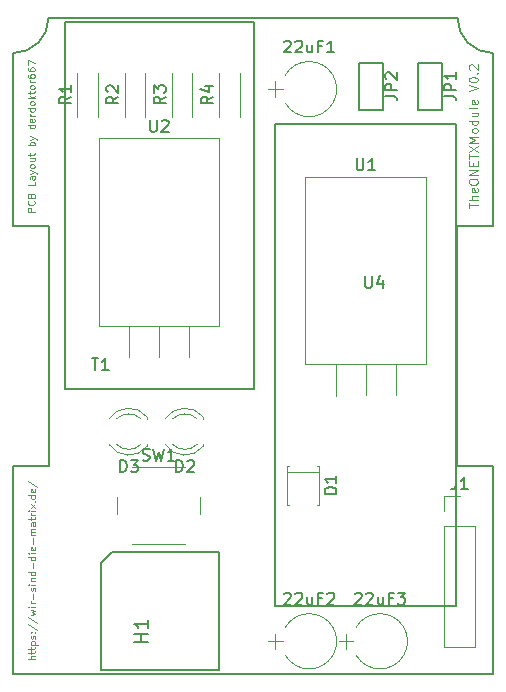
<source format=gbr>
G04 #@! TF.FileFunction,Legend,Top*
%FSLAX46Y46*%
G04 Gerber Fmt 4.6, Leading zero omitted, Abs format (unit mm)*
G04 Created by KiCad (PCBNEW 4.0.7) date 07/08/18 15:45:41*
%MOMM*%
%LPD*%
G01*
G04 APERTURE LIST*
%ADD10C,0.100000*%
%ADD11C,0.200000*%
%ADD12C,0.120000*%
%ADD13C,0.150000*%
G04 APERTURE END LIST*
D10*
X119021429Y-89635715D02*
X118421429Y-89635715D01*
X118421429Y-89407143D01*
X118450000Y-89350001D01*
X118478571Y-89321429D01*
X118535714Y-89292858D01*
X118621429Y-89292858D01*
X118678571Y-89321429D01*
X118707143Y-89350001D01*
X118735714Y-89407143D01*
X118735714Y-89635715D01*
X118964286Y-88692858D02*
X118992857Y-88721429D01*
X119021429Y-88807143D01*
X119021429Y-88864286D01*
X118992857Y-88950001D01*
X118935714Y-89007143D01*
X118878571Y-89035715D01*
X118764286Y-89064286D01*
X118678571Y-89064286D01*
X118564286Y-89035715D01*
X118507143Y-89007143D01*
X118450000Y-88950001D01*
X118421429Y-88864286D01*
X118421429Y-88807143D01*
X118450000Y-88721429D01*
X118478571Y-88692858D01*
X118707143Y-88235715D02*
X118735714Y-88150001D01*
X118764286Y-88121429D01*
X118821429Y-88092858D01*
X118907143Y-88092858D01*
X118964286Y-88121429D01*
X118992857Y-88150001D01*
X119021429Y-88207143D01*
X119021429Y-88435715D01*
X118421429Y-88435715D01*
X118421429Y-88235715D01*
X118450000Y-88178572D01*
X118478571Y-88150001D01*
X118535714Y-88121429D01*
X118592857Y-88121429D01*
X118650000Y-88150001D01*
X118678571Y-88178572D01*
X118707143Y-88235715D01*
X118707143Y-88435715D01*
X119021429Y-87092858D02*
X119021429Y-87378572D01*
X118421429Y-87378572D01*
X119021429Y-86635715D02*
X118707143Y-86635715D01*
X118650000Y-86664286D01*
X118621429Y-86721429D01*
X118621429Y-86835715D01*
X118650000Y-86892858D01*
X118992857Y-86635715D02*
X119021429Y-86692858D01*
X119021429Y-86835715D01*
X118992857Y-86892858D01*
X118935714Y-86921429D01*
X118878571Y-86921429D01*
X118821429Y-86892858D01*
X118792857Y-86835715D01*
X118792857Y-86692858D01*
X118764286Y-86635715D01*
X118621429Y-86407144D02*
X119021429Y-86264287D01*
X118621429Y-86121429D02*
X119021429Y-86264287D01*
X119164286Y-86321429D01*
X119192857Y-86350001D01*
X119221429Y-86407144D01*
X119021429Y-85807144D02*
X118992857Y-85864286D01*
X118964286Y-85892858D01*
X118907143Y-85921429D01*
X118735714Y-85921429D01*
X118678571Y-85892858D01*
X118650000Y-85864286D01*
X118621429Y-85807144D01*
X118621429Y-85721429D01*
X118650000Y-85664286D01*
X118678571Y-85635715D01*
X118735714Y-85607144D01*
X118907143Y-85607144D01*
X118964286Y-85635715D01*
X118992857Y-85664286D01*
X119021429Y-85721429D01*
X119021429Y-85807144D01*
X118621429Y-85092858D02*
X119021429Y-85092858D01*
X118621429Y-85350001D02*
X118935714Y-85350001D01*
X118992857Y-85321429D01*
X119021429Y-85264287D01*
X119021429Y-85178572D01*
X118992857Y-85121429D01*
X118964286Y-85092858D01*
X118621429Y-84892858D02*
X118621429Y-84664287D01*
X118421429Y-84807144D02*
X118935714Y-84807144D01*
X118992857Y-84778572D01*
X119021429Y-84721430D01*
X119021429Y-84664287D01*
X119021429Y-84007144D02*
X118421429Y-84007144D01*
X118650000Y-84007144D02*
X118621429Y-83950001D01*
X118621429Y-83835715D01*
X118650000Y-83778572D01*
X118678571Y-83750001D01*
X118735714Y-83721430D01*
X118907143Y-83721430D01*
X118964286Y-83750001D01*
X118992857Y-83778572D01*
X119021429Y-83835715D01*
X119021429Y-83950001D01*
X118992857Y-84007144D01*
X118621429Y-83521430D02*
X119021429Y-83378573D01*
X118621429Y-83235715D02*
X119021429Y-83378573D01*
X119164286Y-83435715D01*
X119192857Y-83464287D01*
X119221429Y-83521430D01*
X119021429Y-82292858D02*
X118421429Y-82292858D01*
X118992857Y-82292858D02*
X119021429Y-82350001D01*
X119021429Y-82464287D01*
X118992857Y-82521429D01*
X118964286Y-82550001D01*
X118907143Y-82578572D01*
X118735714Y-82578572D01*
X118678571Y-82550001D01*
X118650000Y-82521429D01*
X118621429Y-82464287D01*
X118621429Y-82350001D01*
X118650000Y-82292858D01*
X118992857Y-81778572D02*
X119021429Y-81835715D01*
X119021429Y-81950001D01*
X118992857Y-82007144D01*
X118935714Y-82035715D01*
X118707143Y-82035715D01*
X118650000Y-82007144D01*
X118621429Y-81950001D01*
X118621429Y-81835715D01*
X118650000Y-81778572D01*
X118707143Y-81750001D01*
X118764286Y-81750001D01*
X118821429Y-82035715D01*
X119021429Y-81492858D02*
X118621429Y-81492858D01*
X118735714Y-81492858D02*
X118678571Y-81464286D01*
X118650000Y-81435715D01*
X118621429Y-81378572D01*
X118621429Y-81321429D01*
X119021429Y-80864286D02*
X118421429Y-80864286D01*
X118992857Y-80864286D02*
X119021429Y-80921429D01*
X119021429Y-81035715D01*
X118992857Y-81092857D01*
X118964286Y-81121429D01*
X118907143Y-81150000D01*
X118735714Y-81150000D01*
X118678571Y-81121429D01*
X118650000Y-81092857D01*
X118621429Y-81035715D01*
X118621429Y-80921429D01*
X118650000Y-80864286D01*
X119021429Y-80492858D02*
X118992857Y-80550000D01*
X118964286Y-80578572D01*
X118907143Y-80607143D01*
X118735714Y-80607143D01*
X118678571Y-80578572D01*
X118650000Y-80550000D01*
X118621429Y-80492858D01*
X118621429Y-80407143D01*
X118650000Y-80350000D01*
X118678571Y-80321429D01*
X118735714Y-80292858D01*
X118907143Y-80292858D01*
X118964286Y-80321429D01*
X118992857Y-80350000D01*
X119021429Y-80407143D01*
X119021429Y-80492858D01*
X119021429Y-80035715D02*
X118421429Y-80035715D01*
X118792857Y-79978572D02*
X119021429Y-79807143D01*
X118621429Y-79807143D02*
X118850000Y-80035715D01*
X118621429Y-79635715D02*
X118621429Y-79407144D01*
X118421429Y-79550001D02*
X118935714Y-79550001D01*
X118992857Y-79521429D01*
X119021429Y-79464287D01*
X119021429Y-79407144D01*
X119021429Y-79121430D02*
X118992857Y-79178572D01*
X118964286Y-79207144D01*
X118907143Y-79235715D01*
X118735714Y-79235715D01*
X118678571Y-79207144D01*
X118650000Y-79178572D01*
X118621429Y-79121430D01*
X118621429Y-79035715D01*
X118650000Y-78978572D01*
X118678571Y-78950001D01*
X118735714Y-78921430D01*
X118907143Y-78921430D01*
X118964286Y-78950001D01*
X118992857Y-78978572D01*
X119021429Y-79035715D01*
X119021429Y-79121430D01*
X119021429Y-78664287D02*
X118621429Y-78664287D01*
X118735714Y-78664287D02*
X118678571Y-78635715D01*
X118650000Y-78607144D01*
X118621429Y-78550001D01*
X118621429Y-78492858D01*
X118421429Y-78035715D02*
X118421429Y-78150001D01*
X118450000Y-78207144D01*
X118478571Y-78235715D01*
X118564286Y-78292858D01*
X118678571Y-78321429D01*
X118907143Y-78321429D01*
X118964286Y-78292858D01*
X118992857Y-78264286D01*
X119021429Y-78207144D01*
X119021429Y-78092858D01*
X118992857Y-78035715D01*
X118964286Y-78007144D01*
X118907143Y-77978572D01*
X118764286Y-77978572D01*
X118707143Y-78007144D01*
X118678571Y-78035715D01*
X118650000Y-78092858D01*
X118650000Y-78207144D01*
X118678571Y-78264286D01*
X118707143Y-78292858D01*
X118764286Y-78321429D01*
X118421429Y-77464286D02*
X118421429Y-77578572D01*
X118450000Y-77635715D01*
X118478571Y-77664286D01*
X118564286Y-77721429D01*
X118678571Y-77750000D01*
X118907143Y-77750000D01*
X118964286Y-77721429D01*
X118992857Y-77692857D01*
X119021429Y-77635715D01*
X119021429Y-77521429D01*
X118992857Y-77464286D01*
X118964286Y-77435715D01*
X118907143Y-77407143D01*
X118764286Y-77407143D01*
X118707143Y-77435715D01*
X118678571Y-77464286D01*
X118650000Y-77521429D01*
X118650000Y-77635715D01*
X118678571Y-77692857D01*
X118707143Y-77721429D01*
X118764286Y-77750000D01*
X118421429Y-77207143D02*
X118421429Y-76807143D01*
X119021429Y-77064286D01*
X119071429Y-127514283D02*
X118471429Y-127514283D01*
X119071429Y-127257140D02*
X118757143Y-127257140D01*
X118700000Y-127285711D01*
X118671429Y-127342854D01*
X118671429Y-127428569D01*
X118700000Y-127485711D01*
X118728571Y-127514283D01*
X118671429Y-127057140D02*
X118671429Y-126828569D01*
X118471429Y-126971426D02*
X118985714Y-126971426D01*
X119042857Y-126942854D01*
X119071429Y-126885712D01*
X119071429Y-126828569D01*
X118671429Y-126714283D02*
X118671429Y-126485712D01*
X118471429Y-126628569D02*
X118985714Y-126628569D01*
X119042857Y-126599997D01*
X119071429Y-126542855D01*
X119071429Y-126485712D01*
X118671429Y-126285712D02*
X119271429Y-126285712D01*
X118700000Y-126285712D02*
X118671429Y-126228569D01*
X118671429Y-126114283D01*
X118700000Y-126057140D01*
X118728571Y-126028569D01*
X118785714Y-125999998D01*
X118957143Y-125999998D01*
X119014286Y-126028569D01*
X119042857Y-126057140D01*
X119071429Y-126114283D01*
X119071429Y-126228569D01*
X119042857Y-126285712D01*
X119042857Y-125771426D02*
X119071429Y-125714283D01*
X119071429Y-125599998D01*
X119042857Y-125542855D01*
X118985714Y-125514283D01*
X118957143Y-125514283D01*
X118900000Y-125542855D01*
X118871429Y-125599998D01*
X118871429Y-125685712D01*
X118842857Y-125742855D01*
X118785714Y-125771426D01*
X118757143Y-125771426D01*
X118700000Y-125742855D01*
X118671429Y-125685712D01*
X118671429Y-125599998D01*
X118700000Y-125542855D01*
X119014286Y-125257141D02*
X119042857Y-125228569D01*
X119071429Y-125257141D01*
X119042857Y-125285712D01*
X119014286Y-125257141D01*
X119071429Y-125257141D01*
X118700000Y-125257141D02*
X118728571Y-125228569D01*
X118757143Y-125257141D01*
X118728571Y-125285712D01*
X118700000Y-125257141D01*
X118757143Y-125257141D01*
X118442857Y-124542855D02*
X119214286Y-125057141D01*
X118442857Y-123914284D02*
X119214286Y-124428570D01*
X118671429Y-123771428D02*
X119071429Y-123657142D01*
X118785714Y-123542856D01*
X119071429Y-123428571D01*
X118671429Y-123314285D01*
X119071429Y-123085714D02*
X118671429Y-123085714D01*
X118471429Y-123085714D02*
X118500000Y-123114285D01*
X118528571Y-123085714D01*
X118500000Y-123057142D01*
X118471429Y-123085714D01*
X118528571Y-123085714D01*
X119071429Y-122800000D02*
X118671429Y-122800000D01*
X118785714Y-122800000D02*
X118728571Y-122771428D01*
X118700000Y-122742857D01*
X118671429Y-122685714D01*
X118671429Y-122628571D01*
X118842857Y-122428571D02*
X118842857Y-121971428D01*
X119042857Y-121714285D02*
X119071429Y-121657142D01*
X119071429Y-121542857D01*
X119042857Y-121485714D01*
X118985714Y-121457142D01*
X118957143Y-121457142D01*
X118900000Y-121485714D01*
X118871429Y-121542857D01*
X118871429Y-121628571D01*
X118842857Y-121685714D01*
X118785714Y-121714285D01*
X118757143Y-121714285D01*
X118700000Y-121685714D01*
X118671429Y-121628571D01*
X118671429Y-121542857D01*
X118700000Y-121485714D01*
X119071429Y-121200000D02*
X118671429Y-121200000D01*
X118471429Y-121200000D02*
X118500000Y-121228571D01*
X118528571Y-121200000D01*
X118500000Y-121171428D01*
X118471429Y-121200000D01*
X118528571Y-121200000D01*
X118671429Y-120914286D02*
X119071429Y-120914286D01*
X118728571Y-120914286D02*
X118700000Y-120885714D01*
X118671429Y-120828572D01*
X118671429Y-120742857D01*
X118700000Y-120685714D01*
X118757143Y-120657143D01*
X119071429Y-120657143D01*
X119071429Y-120114286D02*
X118471429Y-120114286D01*
X119042857Y-120114286D02*
X119071429Y-120171429D01*
X119071429Y-120285715D01*
X119042857Y-120342857D01*
X119014286Y-120371429D01*
X118957143Y-120400000D01*
X118785714Y-120400000D01*
X118728571Y-120371429D01*
X118700000Y-120342857D01*
X118671429Y-120285715D01*
X118671429Y-120171429D01*
X118700000Y-120114286D01*
X118842857Y-119828572D02*
X118842857Y-119371429D01*
X119071429Y-118828572D02*
X118471429Y-118828572D01*
X119042857Y-118828572D02*
X119071429Y-118885715D01*
X119071429Y-119000001D01*
X119042857Y-119057143D01*
X119014286Y-119085715D01*
X118957143Y-119114286D01*
X118785714Y-119114286D01*
X118728571Y-119085715D01*
X118700000Y-119057143D01*
X118671429Y-119000001D01*
X118671429Y-118885715D01*
X118700000Y-118828572D01*
X119071429Y-118542858D02*
X118671429Y-118542858D01*
X118471429Y-118542858D02*
X118500000Y-118571429D01*
X118528571Y-118542858D01*
X118500000Y-118514286D01*
X118471429Y-118542858D01*
X118528571Y-118542858D01*
X119042857Y-118028572D02*
X119071429Y-118085715D01*
X119071429Y-118200001D01*
X119042857Y-118257144D01*
X118985714Y-118285715D01*
X118757143Y-118285715D01*
X118700000Y-118257144D01*
X118671429Y-118200001D01*
X118671429Y-118085715D01*
X118700000Y-118028572D01*
X118757143Y-118000001D01*
X118814286Y-118000001D01*
X118871429Y-118285715D01*
X118842857Y-117742858D02*
X118842857Y-117285715D01*
X119071429Y-117000001D02*
X118671429Y-117000001D01*
X118728571Y-117000001D02*
X118700000Y-116971429D01*
X118671429Y-116914287D01*
X118671429Y-116828572D01*
X118700000Y-116771429D01*
X118757143Y-116742858D01*
X119071429Y-116742858D01*
X118757143Y-116742858D02*
X118700000Y-116714287D01*
X118671429Y-116657144D01*
X118671429Y-116571429D01*
X118700000Y-116514287D01*
X118757143Y-116485715D01*
X119071429Y-116485715D01*
X119071429Y-115942858D02*
X118757143Y-115942858D01*
X118700000Y-115971429D01*
X118671429Y-116028572D01*
X118671429Y-116142858D01*
X118700000Y-116200001D01*
X119042857Y-115942858D02*
X119071429Y-116000001D01*
X119071429Y-116142858D01*
X119042857Y-116200001D01*
X118985714Y-116228572D01*
X118928571Y-116228572D01*
X118871429Y-116200001D01*
X118842857Y-116142858D01*
X118842857Y-116000001D01*
X118814286Y-115942858D01*
X118671429Y-115742858D02*
X118671429Y-115514287D01*
X118471429Y-115657144D02*
X118985714Y-115657144D01*
X119042857Y-115628572D01*
X119071429Y-115571430D01*
X119071429Y-115514287D01*
X119071429Y-115314287D02*
X118671429Y-115314287D01*
X118785714Y-115314287D02*
X118728571Y-115285715D01*
X118700000Y-115257144D01*
X118671429Y-115200001D01*
X118671429Y-115142858D01*
X119071429Y-114942858D02*
X118671429Y-114942858D01*
X118471429Y-114942858D02*
X118500000Y-114971429D01*
X118528571Y-114942858D01*
X118500000Y-114914286D01*
X118471429Y-114942858D01*
X118528571Y-114942858D01*
X119071429Y-114714287D02*
X118671429Y-114400001D01*
X118671429Y-114714287D02*
X119071429Y-114400001D01*
X119014286Y-114171430D02*
X119042857Y-114142858D01*
X119071429Y-114171430D01*
X119042857Y-114200001D01*
X119014286Y-114171430D01*
X119071429Y-114171430D01*
X119071429Y-113628573D02*
X118471429Y-113628573D01*
X119042857Y-113628573D02*
X119071429Y-113685716D01*
X119071429Y-113800002D01*
X119042857Y-113857144D01*
X119014286Y-113885716D01*
X118957143Y-113914287D01*
X118785714Y-113914287D01*
X118728571Y-113885716D01*
X118700000Y-113857144D01*
X118671429Y-113800002D01*
X118671429Y-113685716D01*
X118700000Y-113628573D01*
X119042857Y-113114287D02*
X119071429Y-113171430D01*
X119071429Y-113285716D01*
X119042857Y-113342859D01*
X118985714Y-113371430D01*
X118757143Y-113371430D01*
X118700000Y-113342859D01*
X118671429Y-113285716D01*
X118671429Y-113171430D01*
X118700000Y-113114287D01*
X118757143Y-113085716D01*
X118814286Y-113085716D01*
X118871429Y-113371430D01*
X118442857Y-112400001D02*
X119214286Y-112914287D01*
X155789286Y-89307142D02*
X155789286Y-88878571D01*
X156539286Y-89092857D02*
X155789286Y-89092857D01*
X156539286Y-88628571D02*
X155789286Y-88628571D01*
X156539286Y-88307142D02*
X156146429Y-88307142D01*
X156075000Y-88342856D01*
X156039286Y-88414285D01*
X156039286Y-88521428D01*
X156075000Y-88592856D01*
X156110714Y-88628571D01*
X156503571Y-87664285D02*
X156539286Y-87735714D01*
X156539286Y-87878571D01*
X156503571Y-87950000D01*
X156432143Y-87985714D01*
X156146429Y-87985714D01*
X156075000Y-87950000D01*
X156039286Y-87878571D01*
X156039286Y-87735714D01*
X156075000Y-87664285D01*
X156146429Y-87628571D01*
X156217857Y-87628571D01*
X156289286Y-87985714D01*
X155789286Y-87164285D02*
X155789286Y-87021428D01*
X155825000Y-86950000D01*
X155896429Y-86878571D01*
X156039286Y-86842857D01*
X156289286Y-86842857D01*
X156432143Y-86878571D01*
X156503571Y-86950000D01*
X156539286Y-87021428D01*
X156539286Y-87164285D01*
X156503571Y-87235714D01*
X156432143Y-87307143D01*
X156289286Y-87342857D01*
X156039286Y-87342857D01*
X155896429Y-87307143D01*
X155825000Y-87235714D01*
X155789286Y-87164285D01*
X156539286Y-86521429D02*
X155789286Y-86521429D01*
X156539286Y-86092857D01*
X155789286Y-86092857D01*
X156146429Y-85735715D02*
X156146429Y-85485715D01*
X156539286Y-85378572D02*
X156539286Y-85735715D01*
X155789286Y-85735715D01*
X155789286Y-85378572D01*
X155789286Y-85164286D02*
X155789286Y-84735715D01*
X156539286Y-84950001D02*
X155789286Y-84950001D01*
X155789286Y-84557143D02*
X156539286Y-84057143D01*
X155789286Y-84057143D02*
X156539286Y-84557143D01*
X156539286Y-83771429D02*
X155789286Y-83771429D01*
X156325000Y-83521429D01*
X155789286Y-83271429D01*
X156539286Y-83271429D01*
X156539286Y-82807143D02*
X156503571Y-82878571D01*
X156467857Y-82914286D01*
X156396429Y-82950000D01*
X156182143Y-82950000D01*
X156110714Y-82914286D01*
X156075000Y-82878571D01*
X156039286Y-82807143D01*
X156039286Y-82700000D01*
X156075000Y-82628571D01*
X156110714Y-82592857D01*
X156182143Y-82557143D01*
X156396429Y-82557143D01*
X156467857Y-82592857D01*
X156503571Y-82628571D01*
X156539286Y-82700000D01*
X156539286Y-82807143D01*
X156539286Y-81914286D02*
X155789286Y-81914286D01*
X156503571Y-81914286D02*
X156539286Y-81985715D01*
X156539286Y-82128572D01*
X156503571Y-82200000D01*
X156467857Y-82235715D01*
X156396429Y-82271429D01*
X156182143Y-82271429D01*
X156110714Y-82235715D01*
X156075000Y-82200000D01*
X156039286Y-82128572D01*
X156039286Y-81985715D01*
X156075000Y-81914286D01*
X156039286Y-81235715D02*
X156539286Y-81235715D01*
X156039286Y-81557144D02*
X156432143Y-81557144D01*
X156503571Y-81521429D01*
X156539286Y-81450001D01*
X156539286Y-81342858D01*
X156503571Y-81271429D01*
X156467857Y-81235715D01*
X156539286Y-80771430D02*
X156503571Y-80842858D01*
X156432143Y-80878573D01*
X155789286Y-80878573D01*
X156503571Y-80200001D02*
X156539286Y-80271430D01*
X156539286Y-80414287D01*
X156503571Y-80485716D01*
X156432143Y-80521430D01*
X156146429Y-80521430D01*
X156075000Y-80485716D01*
X156039286Y-80414287D01*
X156039286Y-80271430D01*
X156075000Y-80200001D01*
X156146429Y-80164287D01*
X156217857Y-80164287D01*
X156289286Y-80521430D01*
X155789286Y-79378572D02*
X156539286Y-79128572D01*
X155789286Y-78878572D01*
X155789286Y-78485715D02*
X155789286Y-78414287D01*
X155825000Y-78342858D01*
X155860714Y-78307144D01*
X155932143Y-78271430D01*
X156075000Y-78235715D01*
X156253571Y-78235715D01*
X156396429Y-78271430D01*
X156467857Y-78307144D01*
X156503571Y-78342858D01*
X156539286Y-78414287D01*
X156539286Y-78485715D01*
X156503571Y-78557144D01*
X156467857Y-78592858D01*
X156396429Y-78628573D01*
X156253571Y-78664287D01*
X156075000Y-78664287D01*
X155932143Y-78628573D01*
X155860714Y-78592858D01*
X155825000Y-78557144D01*
X155789286Y-78485715D01*
X156467857Y-77914287D02*
X156503571Y-77878572D01*
X156539286Y-77914287D01*
X156503571Y-77950001D01*
X156467857Y-77914287D01*
X156539286Y-77914287D01*
X155860714Y-77592858D02*
X155825000Y-77557144D01*
X155789286Y-77485715D01*
X155789286Y-77307144D01*
X155825000Y-77235715D01*
X155860714Y-77200001D01*
X155932143Y-77164286D01*
X156003571Y-77164286D01*
X156110714Y-77200001D01*
X156539286Y-77628572D01*
X156539286Y-77164286D01*
D11*
X154800000Y-73200000D02*
G75*
G03X157800000Y-76200000I3000000J0D01*
G01*
X117200000Y-76200000D02*
G75*
G03X120200000Y-73200000I0J3000000D01*
G01*
X157800000Y-128800000D02*
X117200000Y-128800000D01*
X157800000Y-111200000D02*
X157800000Y-128800000D01*
X117200000Y-111200000D02*
X117200000Y-128800000D01*
X120200000Y-111200000D02*
X120200000Y-90800000D01*
X120200000Y-111200000D02*
X117200000Y-111200000D01*
X154800000Y-90800000D02*
X154800000Y-111200000D01*
X157800000Y-90800000D02*
X154800000Y-90800000D01*
X157800000Y-76200000D02*
X157800000Y-90800000D01*
X154800000Y-111200000D02*
X157800000Y-111200000D01*
X117200000Y-90800000D02*
X120200000Y-90800000D01*
X117200000Y-76200000D02*
X117200000Y-90800000D01*
X154800000Y-73200000D02*
X120200000Y-73200000D01*
D12*
X144269998Y-78068811D02*
G75*
G03X140229307Y-78070000I-2019998J-1181189D01*
G01*
X144269998Y-80431189D02*
G75*
G02X140229307Y-80430000I-2019998J1181189D01*
G01*
X144269998Y-80431189D02*
G75*
G03X144270693Y-78070000I-2019998J1181189D01*
G01*
X138800000Y-79250000D02*
X140000000Y-79250000D01*
X139400000Y-78600000D02*
X139400000Y-79900000D01*
X144269998Y-124818811D02*
G75*
G03X140229307Y-124820000I-2019998J-1181189D01*
G01*
X144269998Y-127181189D02*
G75*
G02X140229307Y-127180000I-2019998J1181189D01*
G01*
X144269998Y-127181189D02*
G75*
G03X144270693Y-124820000I-2019998J1181189D01*
G01*
X138800000Y-126000000D02*
X140000000Y-126000000D01*
X139400000Y-125350000D02*
X139400000Y-126650000D01*
X150269998Y-124818811D02*
G75*
G03X146229307Y-124820000I-2019998J-1181189D01*
G01*
X150269998Y-127181189D02*
G75*
G02X146229307Y-127180000I-2019998J1181189D01*
G01*
X150269998Y-127181189D02*
G75*
G03X150270693Y-124820000I-2019998J1181189D01*
G01*
X144800000Y-126000000D02*
X146000000Y-126000000D01*
X145400000Y-125350000D02*
X145400000Y-126650000D01*
X142930000Y-111130000D02*
X143110000Y-111130000D01*
X143110000Y-111130000D02*
X143110000Y-114450000D01*
X143110000Y-114450000D02*
X142930000Y-114450000D01*
X140570000Y-111130000D02*
X140390000Y-111130000D01*
X140390000Y-111130000D02*
X140390000Y-114450000D01*
X140390000Y-114450000D02*
X140570000Y-114450000D01*
X143110000Y-111670000D02*
X140390000Y-111670000D01*
X130057665Y-109328608D02*
G75*
G03X133290000Y-109485516I1672335J1078608D01*
G01*
X130057665Y-107171392D02*
G75*
G02X133290000Y-107014484I1672335J-1078608D01*
G01*
X130688870Y-109329837D02*
G75*
G03X132770961Y-109330000I1041130J1079837D01*
G01*
X130688870Y-107170163D02*
G75*
G02X132770961Y-107170000I1041130J-1079837D01*
G01*
X133290000Y-109486000D02*
X133290000Y-109330000D01*
X133290000Y-107170000D02*
X133290000Y-107014000D01*
X125307665Y-109328608D02*
G75*
G03X128540000Y-109485516I1672335J1078608D01*
G01*
X125307665Y-107171392D02*
G75*
G02X128540000Y-107014484I1672335J-1078608D01*
G01*
X125938870Y-109329837D02*
G75*
G03X128020961Y-109330000I1041130J1079837D01*
G01*
X125938870Y-107170163D02*
G75*
G02X128020961Y-107170000I1041130J-1079837D01*
G01*
X128540000Y-109486000D02*
X128540000Y-109330000D01*
X128540000Y-107170000D02*
X128540000Y-107014000D01*
D13*
X125600000Y-118400000D02*
X124600000Y-119400000D01*
X125600000Y-118400000D02*
X134600000Y-118400000D01*
X124600000Y-119400000D02*
X124600000Y-128400000D01*
X134600000Y-118400000D02*
X134600000Y-128400000D01*
X134600000Y-128400000D02*
X124600000Y-128400000D01*
D12*
X153670000Y-126490000D02*
X156330000Y-126490000D01*
X153670000Y-116270000D02*
X153670000Y-126490000D01*
X156330000Y-116270000D02*
X156330000Y-126490000D01*
X153670000Y-116270000D02*
X156330000Y-116270000D01*
X153670000Y-115000000D02*
X153670000Y-113670000D01*
X153670000Y-113670000D02*
X155000000Y-113670000D01*
D13*
X153500000Y-81000000D02*
X153500000Y-77000000D01*
X153500000Y-77000000D02*
X151500000Y-77000000D01*
X151500000Y-77000000D02*
X151500000Y-81000000D01*
X153500000Y-81000000D02*
X151500000Y-81000000D01*
X148500000Y-81000000D02*
X148500000Y-77000000D01*
X148500000Y-77000000D02*
X146500000Y-77000000D01*
X146500000Y-77000000D02*
X146500000Y-81000000D01*
X148500000Y-81000000D02*
X146500000Y-81000000D01*
D12*
X122640000Y-81570000D02*
X122640000Y-77850000D01*
X124360000Y-81570000D02*
X124360000Y-77850000D01*
X126640000Y-81570000D02*
X126640000Y-77850000D01*
X128360000Y-81570000D02*
X128360000Y-77850000D01*
X130640000Y-81570000D02*
X130640000Y-77850000D01*
X132360000Y-81570000D02*
X132360000Y-77850000D01*
X134640000Y-81570000D02*
X134640000Y-77850000D01*
X136360000Y-81570000D02*
X136360000Y-77850000D01*
X127250000Y-117750000D02*
X131750000Y-117750000D01*
X126000000Y-113750000D02*
X126000000Y-115250000D01*
X131750000Y-111250000D02*
X127250000Y-111250000D01*
X133000000Y-115250000D02*
X133000000Y-113750000D01*
D13*
X137600000Y-104600000D02*
X121600000Y-104600000D01*
X121600000Y-73600000D02*
X121600000Y-104600000D01*
X137600000Y-73600000D02*
X137600000Y-104600000D01*
X137600000Y-73600000D02*
X121600000Y-73600000D01*
D12*
X141920000Y-102560000D02*
X152160000Y-102560000D01*
X141920000Y-86670000D02*
X152160000Y-86670000D01*
X141920000Y-86670000D02*
X141920000Y-102560000D01*
X152160000Y-86670000D02*
X152160000Y-102560000D01*
X144500000Y-102560000D02*
X144500000Y-105200000D01*
X147040000Y-102560000D02*
X147040000Y-105184000D01*
X149580000Y-102560000D02*
X149580000Y-105184000D01*
X124420000Y-99310000D02*
X134660000Y-99310000D01*
X124420000Y-83420000D02*
X134660000Y-83420000D01*
X124420000Y-83420000D02*
X124420000Y-99310000D01*
X134660000Y-83420000D02*
X134660000Y-99310000D01*
X127000000Y-99310000D02*
X127000000Y-101950000D01*
X129540000Y-99310000D02*
X129540000Y-101934000D01*
X132080000Y-99310000D02*
X132080000Y-101934000D01*
D13*
X139350000Y-82200000D02*
X139350000Y-123000000D01*
X154650000Y-82200000D02*
X154650000Y-123000000D01*
X139350000Y-82200000D02*
X154650000Y-82200000D01*
X139350000Y-123000000D02*
X154650000Y-123000000D01*
X140130952Y-75237619D02*
X140178571Y-75190000D01*
X140273809Y-75142381D01*
X140511905Y-75142381D01*
X140607143Y-75190000D01*
X140654762Y-75237619D01*
X140702381Y-75332857D01*
X140702381Y-75428095D01*
X140654762Y-75570952D01*
X140083333Y-76142381D01*
X140702381Y-76142381D01*
X141083333Y-75237619D02*
X141130952Y-75190000D01*
X141226190Y-75142381D01*
X141464286Y-75142381D01*
X141559524Y-75190000D01*
X141607143Y-75237619D01*
X141654762Y-75332857D01*
X141654762Y-75428095D01*
X141607143Y-75570952D01*
X141035714Y-76142381D01*
X141654762Y-76142381D01*
X142511905Y-75475714D02*
X142511905Y-76142381D01*
X142083333Y-75475714D02*
X142083333Y-75999524D01*
X142130952Y-76094762D01*
X142226190Y-76142381D01*
X142369048Y-76142381D01*
X142464286Y-76094762D01*
X142511905Y-76047143D01*
X143321429Y-75618571D02*
X142988095Y-75618571D01*
X142988095Y-76142381D02*
X142988095Y-75142381D01*
X143464286Y-75142381D01*
X144369048Y-76142381D02*
X143797619Y-76142381D01*
X144083333Y-76142381D02*
X144083333Y-75142381D01*
X143988095Y-75285238D01*
X143892857Y-75380476D01*
X143797619Y-75428095D01*
X140130952Y-121987619D02*
X140178571Y-121940000D01*
X140273809Y-121892381D01*
X140511905Y-121892381D01*
X140607143Y-121940000D01*
X140654762Y-121987619D01*
X140702381Y-122082857D01*
X140702381Y-122178095D01*
X140654762Y-122320952D01*
X140083333Y-122892381D01*
X140702381Y-122892381D01*
X141083333Y-121987619D02*
X141130952Y-121940000D01*
X141226190Y-121892381D01*
X141464286Y-121892381D01*
X141559524Y-121940000D01*
X141607143Y-121987619D01*
X141654762Y-122082857D01*
X141654762Y-122178095D01*
X141607143Y-122320952D01*
X141035714Y-122892381D01*
X141654762Y-122892381D01*
X142511905Y-122225714D02*
X142511905Y-122892381D01*
X142083333Y-122225714D02*
X142083333Y-122749524D01*
X142130952Y-122844762D01*
X142226190Y-122892381D01*
X142369048Y-122892381D01*
X142464286Y-122844762D01*
X142511905Y-122797143D01*
X143321429Y-122368571D02*
X142988095Y-122368571D01*
X142988095Y-122892381D02*
X142988095Y-121892381D01*
X143464286Y-121892381D01*
X143797619Y-121987619D02*
X143845238Y-121940000D01*
X143940476Y-121892381D01*
X144178572Y-121892381D01*
X144273810Y-121940000D01*
X144321429Y-121987619D01*
X144369048Y-122082857D01*
X144369048Y-122178095D01*
X144321429Y-122320952D01*
X143750000Y-122892381D01*
X144369048Y-122892381D01*
X146130952Y-121987619D02*
X146178571Y-121940000D01*
X146273809Y-121892381D01*
X146511905Y-121892381D01*
X146607143Y-121940000D01*
X146654762Y-121987619D01*
X146702381Y-122082857D01*
X146702381Y-122178095D01*
X146654762Y-122320952D01*
X146083333Y-122892381D01*
X146702381Y-122892381D01*
X147083333Y-121987619D02*
X147130952Y-121940000D01*
X147226190Y-121892381D01*
X147464286Y-121892381D01*
X147559524Y-121940000D01*
X147607143Y-121987619D01*
X147654762Y-122082857D01*
X147654762Y-122178095D01*
X147607143Y-122320952D01*
X147035714Y-122892381D01*
X147654762Y-122892381D01*
X148511905Y-122225714D02*
X148511905Y-122892381D01*
X148083333Y-122225714D02*
X148083333Y-122749524D01*
X148130952Y-122844762D01*
X148226190Y-122892381D01*
X148369048Y-122892381D01*
X148464286Y-122844762D01*
X148511905Y-122797143D01*
X149321429Y-122368571D02*
X148988095Y-122368571D01*
X148988095Y-122892381D02*
X148988095Y-121892381D01*
X149464286Y-121892381D01*
X149750000Y-121892381D02*
X150369048Y-121892381D01*
X150035714Y-122273333D01*
X150178572Y-122273333D01*
X150273810Y-122320952D01*
X150321429Y-122368571D01*
X150369048Y-122463810D01*
X150369048Y-122701905D01*
X150321429Y-122797143D01*
X150273810Y-122844762D01*
X150178572Y-122892381D01*
X149892857Y-122892381D01*
X149797619Y-122844762D01*
X149750000Y-122797143D01*
X144562381Y-113528095D02*
X143562381Y-113528095D01*
X143562381Y-113290000D01*
X143610000Y-113147142D01*
X143705238Y-113051904D01*
X143800476Y-113004285D01*
X143990952Y-112956666D01*
X144133810Y-112956666D01*
X144324286Y-113004285D01*
X144419524Y-113051904D01*
X144514762Y-113147142D01*
X144562381Y-113290000D01*
X144562381Y-113528095D01*
X144562381Y-112004285D02*
X144562381Y-112575714D01*
X144562381Y-112290000D02*
X143562381Y-112290000D01*
X143705238Y-112385238D01*
X143800476Y-112480476D01*
X143848095Y-112575714D01*
X130991905Y-111662381D02*
X130991905Y-110662381D01*
X131230000Y-110662381D01*
X131372858Y-110710000D01*
X131468096Y-110805238D01*
X131515715Y-110900476D01*
X131563334Y-111090952D01*
X131563334Y-111233810D01*
X131515715Y-111424286D01*
X131468096Y-111519524D01*
X131372858Y-111614762D01*
X131230000Y-111662381D01*
X130991905Y-111662381D01*
X131944286Y-110757619D02*
X131991905Y-110710000D01*
X132087143Y-110662381D01*
X132325239Y-110662381D01*
X132420477Y-110710000D01*
X132468096Y-110757619D01*
X132515715Y-110852857D01*
X132515715Y-110948095D01*
X132468096Y-111090952D01*
X131896667Y-111662381D01*
X132515715Y-111662381D01*
X126241905Y-111662381D02*
X126241905Y-110662381D01*
X126480000Y-110662381D01*
X126622858Y-110710000D01*
X126718096Y-110805238D01*
X126765715Y-110900476D01*
X126813334Y-111090952D01*
X126813334Y-111233810D01*
X126765715Y-111424286D01*
X126718096Y-111519524D01*
X126622858Y-111614762D01*
X126480000Y-111662381D01*
X126241905Y-111662381D01*
X127146667Y-110662381D02*
X127765715Y-110662381D01*
X127432381Y-111043333D01*
X127575239Y-111043333D01*
X127670477Y-111090952D01*
X127718096Y-111138571D01*
X127765715Y-111233810D01*
X127765715Y-111471905D01*
X127718096Y-111567143D01*
X127670477Y-111614762D01*
X127575239Y-111662381D01*
X127289524Y-111662381D01*
X127194286Y-111614762D01*
X127146667Y-111567143D01*
X128642857Y-126064286D02*
X127442857Y-126064286D01*
X128014286Y-126064286D02*
X128014286Y-125378571D01*
X128642857Y-125378571D02*
X127442857Y-125378571D01*
X128642857Y-124178571D02*
X128642857Y-124864286D01*
X128642857Y-124521428D02*
X127442857Y-124521428D01*
X127614286Y-124635714D01*
X127728571Y-124750000D01*
X127785714Y-124864286D01*
X154666667Y-112122381D02*
X154666667Y-112836667D01*
X154619047Y-112979524D01*
X154523809Y-113074762D01*
X154380952Y-113122381D01*
X154285714Y-113122381D01*
X155666667Y-113122381D02*
X155095238Y-113122381D01*
X155380952Y-113122381D02*
X155380952Y-112122381D01*
X155285714Y-112265238D01*
X155190476Y-112360476D01*
X155095238Y-112408095D01*
X153702381Y-79833333D02*
X154416667Y-79833333D01*
X154559524Y-79880953D01*
X154654762Y-79976191D01*
X154702381Y-80119048D01*
X154702381Y-80214286D01*
X154702381Y-79357143D02*
X153702381Y-79357143D01*
X153702381Y-78976190D01*
X153750000Y-78880952D01*
X153797619Y-78833333D01*
X153892857Y-78785714D01*
X154035714Y-78785714D01*
X154130952Y-78833333D01*
X154178571Y-78880952D01*
X154226190Y-78976190D01*
X154226190Y-79357143D01*
X154702381Y-77833333D02*
X154702381Y-78404762D01*
X154702381Y-78119048D02*
X153702381Y-78119048D01*
X153845238Y-78214286D01*
X153940476Y-78309524D01*
X153988095Y-78404762D01*
X148702381Y-79833333D02*
X149416667Y-79833333D01*
X149559524Y-79880953D01*
X149654762Y-79976191D01*
X149702381Y-80119048D01*
X149702381Y-80214286D01*
X149702381Y-79357143D02*
X148702381Y-79357143D01*
X148702381Y-78976190D01*
X148750000Y-78880952D01*
X148797619Y-78833333D01*
X148892857Y-78785714D01*
X149035714Y-78785714D01*
X149130952Y-78833333D01*
X149178571Y-78880952D01*
X149226190Y-78976190D01*
X149226190Y-79357143D01*
X148797619Y-78404762D02*
X148750000Y-78357143D01*
X148702381Y-78261905D01*
X148702381Y-78023809D01*
X148750000Y-77928571D01*
X148797619Y-77880952D01*
X148892857Y-77833333D01*
X148988095Y-77833333D01*
X149130952Y-77880952D01*
X149702381Y-78452381D01*
X149702381Y-77833333D01*
X122092381Y-79876666D02*
X121616190Y-80210000D01*
X122092381Y-80448095D02*
X121092381Y-80448095D01*
X121092381Y-80067142D01*
X121140000Y-79971904D01*
X121187619Y-79924285D01*
X121282857Y-79876666D01*
X121425714Y-79876666D01*
X121520952Y-79924285D01*
X121568571Y-79971904D01*
X121616190Y-80067142D01*
X121616190Y-80448095D01*
X122092381Y-78924285D02*
X122092381Y-79495714D01*
X122092381Y-79210000D02*
X121092381Y-79210000D01*
X121235238Y-79305238D01*
X121330476Y-79400476D01*
X121378095Y-79495714D01*
X126092381Y-79876666D02*
X125616190Y-80210000D01*
X126092381Y-80448095D02*
X125092381Y-80448095D01*
X125092381Y-80067142D01*
X125140000Y-79971904D01*
X125187619Y-79924285D01*
X125282857Y-79876666D01*
X125425714Y-79876666D01*
X125520952Y-79924285D01*
X125568571Y-79971904D01*
X125616190Y-80067142D01*
X125616190Y-80448095D01*
X125187619Y-79495714D02*
X125140000Y-79448095D01*
X125092381Y-79352857D01*
X125092381Y-79114761D01*
X125140000Y-79019523D01*
X125187619Y-78971904D01*
X125282857Y-78924285D01*
X125378095Y-78924285D01*
X125520952Y-78971904D01*
X126092381Y-79543333D01*
X126092381Y-78924285D01*
X130092381Y-79876666D02*
X129616190Y-80210000D01*
X130092381Y-80448095D02*
X129092381Y-80448095D01*
X129092381Y-80067142D01*
X129140000Y-79971904D01*
X129187619Y-79924285D01*
X129282857Y-79876666D01*
X129425714Y-79876666D01*
X129520952Y-79924285D01*
X129568571Y-79971904D01*
X129616190Y-80067142D01*
X129616190Y-80448095D01*
X129092381Y-79543333D02*
X129092381Y-78924285D01*
X129473333Y-79257619D01*
X129473333Y-79114761D01*
X129520952Y-79019523D01*
X129568571Y-78971904D01*
X129663810Y-78924285D01*
X129901905Y-78924285D01*
X129997143Y-78971904D01*
X130044762Y-79019523D01*
X130092381Y-79114761D01*
X130092381Y-79400476D01*
X130044762Y-79495714D01*
X129997143Y-79543333D01*
X134092381Y-79876666D02*
X133616190Y-80210000D01*
X134092381Y-80448095D02*
X133092381Y-80448095D01*
X133092381Y-80067142D01*
X133140000Y-79971904D01*
X133187619Y-79924285D01*
X133282857Y-79876666D01*
X133425714Y-79876666D01*
X133520952Y-79924285D01*
X133568571Y-79971904D01*
X133616190Y-80067142D01*
X133616190Y-80448095D01*
X133425714Y-79019523D02*
X134092381Y-79019523D01*
X133044762Y-79257619D02*
X133759048Y-79495714D01*
X133759048Y-78876666D01*
X128166667Y-110654762D02*
X128309524Y-110702381D01*
X128547620Y-110702381D01*
X128642858Y-110654762D01*
X128690477Y-110607143D01*
X128738096Y-110511905D01*
X128738096Y-110416667D01*
X128690477Y-110321429D01*
X128642858Y-110273810D01*
X128547620Y-110226190D01*
X128357143Y-110178571D01*
X128261905Y-110130952D01*
X128214286Y-110083333D01*
X128166667Y-109988095D01*
X128166667Y-109892857D01*
X128214286Y-109797619D01*
X128261905Y-109750000D01*
X128357143Y-109702381D01*
X128595239Y-109702381D01*
X128738096Y-109750000D01*
X129071429Y-109702381D02*
X129309524Y-110702381D01*
X129500001Y-109988095D01*
X129690477Y-110702381D01*
X129928572Y-109702381D01*
X130833334Y-110702381D02*
X130261905Y-110702381D01*
X130547619Y-110702381D02*
X130547619Y-109702381D01*
X130452381Y-109845238D01*
X130357143Y-109940476D01*
X130261905Y-109988095D01*
X123838095Y-102052381D02*
X124409524Y-102052381D01*
X124123809Y-103052381D02*
X124123809Y-102052381D01*
X125266667Y-103052381D02*
X124695238Y-103052381D01*
X124980952Y-103052381D02*
X124980952Y-102052381D01*
X124885714Y-102195238D01*
X124790476Y-102290476D01*
X124695238Y-102338095D01*
X146278095Y-85122381D02*
X146278095Y-85931905D01*
X146325714Y-86027143D01*
X146373333Y-86074762D01*
X146468571Y-86122381D01*
X146659048Y-86122381D01*
X146754286Y-86074762D01*
X146801905Y-86027143D01*
X146849524Y-85931905D01*
X146849524Y-85122381D01*
X147849524Y-86122381D02*
X147278095Y-86122381D01*
X147563809Y-86122381D02*
X147563809Y-85122381D01*
X147468571Y-85265238D01*
X147373333Y-85360476D01*
X147278095Y-85408095D01*
X128778095Y-81872381D02*
X128778095Y-82681905D01*
X128825714Y-82777143D01*
X128873333Y-82824762D01*
X128968571Y-82872381D01*
X129159048Y-82872381D01*
X129254286Y-82824762D01*
X129301905Y-82777143D01*
X129349524Y-82681905D01*
X129349524Y-81872381D01*
X129778095Y-81967619D02*
X129825714Y-81920000D01*
X129920952Y-81872381D01*
X130159048Y-81872381D01*
X130254286Y-81920000D01*
X130301905Y-81967619D01*
X130349524Y-82062857D01*
X130349524Y-82158095D01*
X130301905Y-82300952D01*
X129730476Y-82872381D01*
X130349524Y-82872381D01*
X146998095Y-95072381D02*
X146998095Y-95881905D01*
X147045714Y-95977143D01*
X147093333Y-96024762D01*
X147188571Y-96072381D01*
X147379048Y-96072381D01*
X147474286Y-96024762D01*
X147521905Y-95977143D01*
X147569524Y-95881905D01*
X147569524Y-95072381D01*
X148474286Y-95405714D02*
X148474286Y-96072381D01*
X148236190Y-95024762D02*
X147998095Y-95739048D01*
X148617143Y-95739048D01*
M02*

</source>
